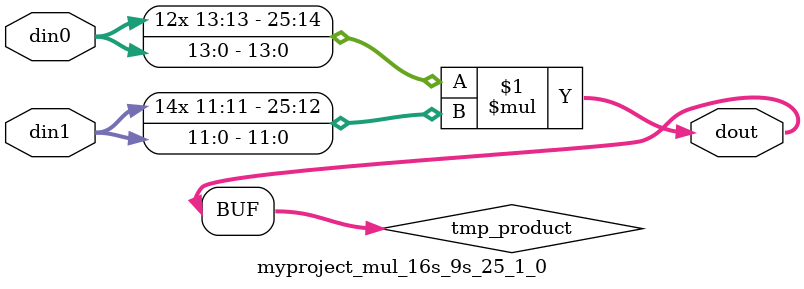
<source format=v>

`timescale 1 ns / 1 ps

  module myproject_mul_16s_9s_25_1_0(din0, din1, dout);
parameter ID = 1;
parameter NUM_STAGE = 0;
parameter din0_WIDTH = 14;
parameter din1_WIDTH = 12;
parameter dout_WIDTH = 26;

input [din0_WIDTH - 1 : 0] din0; 
input [din1_WIDTH - 1 : 0] din1; 
output [dout_WIDTH - 1 : 0] dout;

wire signed [dout_WIDTH - 1 : 0] tmp_product;













assign tmp_product = $signed(din0) * $signed(din1);








assign dout = tmp_product;







endmodule

</source>
